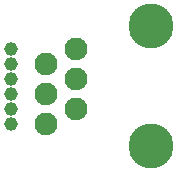
<source format=gbr>
G04 start of page 7 for group -4062 idx -4062 *
G04 Title: (unknown), soldermask *
G04 Creator: pcb 20110918 *
G04 CreationDate: Mon 25 Mar 2013 03:10:27 AM GMT UTC *
G04 For: railfan *
G04 Format: Gerber/RS-274X *
G04 PCB-Dimensions: 65000 63000 *
G04 PCB-Coordinate-Origin: lower left *
%MOIN*%
%FSLAX25Y25*%
%LNBOTTOMMASK*%
%ADD36C,0.1500*%
%ADD35C,0.0760*%
%ADD34C,0.0460*%
G54D34*X6500Y29000D03*
Y24000D03*
Y19000D03*
G54D35*X18000D03*
G54D34*X6500Y44000D03*
Y39000D03*
Y34000D03*
G54D35*X28000Y24000D03*
G54D36*X53000Y11500D03*
G54D35*X18000Y29000D03*
X28000Y34000D03*
Y44000D03*
G54D36*X53000Y51500D03*
G54D35*X18000Y39000D03*
M02*

</source>
